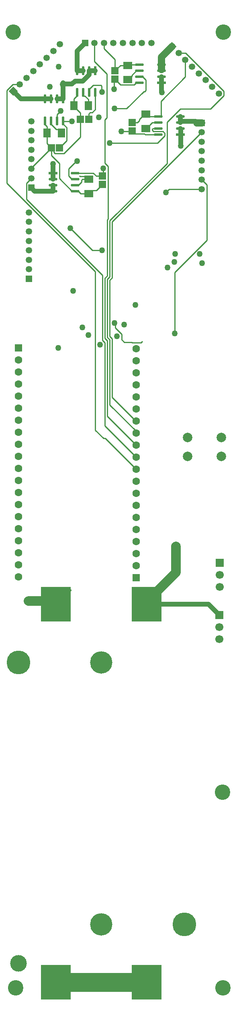
<source format=gbr>
G04*
G04 #@! TF.GenerationSoftware,Altium Limited,Altium Designer,22.11.1 (43)*
G04*
G04 Layer_Physical_Order=1*
G04 Layer_Color=255*
%FSLAX44Y44*%
%MOMM*%
G71*
G04*
G04 #@! TF.SameCoordinates,B6AE56F5-1224-44F4-9462-935C271CF011*
G04*
G04*
G04 #@! TF.FilePolarity,Positive*
G04*
G01*
G75*
%ADD13C,0.2540*%
%ADD15R,6.3500X7.3400*%
%ADD16R,1.5562X1.5781*%
%ADD17R,1.9062X1.5046*%
%ADD18R,1.5781X1.5562*%
%ADD19R,1.5046X1.9062*%
G04:AMPARAMS|DCode=20|XSize=1.8741mm|YSize=0.5421mm|CornerRadius=0.2711mm|HoleSize=0mm|Usage=FLASHONLY|Rotation=180.000|XOffset=0mm|YOffset=0mm|HoleType=Round|Shape=RoundedRectangle|*
%AMROUNDEDRECTD20*
21,1,1.8741,0.0000,0,0,180.0*
21,1,1.3319,0.5421,0,0,180.0*
1,1,0.5421,-0.6660,0.0000*
1,1,0.5421,0.6660,0.0000*
1,1,0.5421,0.6660,0.0000*
1,1,0.5421,-0.6660,0.0000*
%
%ADD20ROUNDEDRECTD20*%
G04:AMPARAMS|DCode=21|XSize=1.8741mm|YSize=0.5421mm|CornerRadius=0.2711mm|HoleSize=0mm|Usage=FLASHONLY|Rotation=270.000|XOffset=0mm|YOffset=0mm|HoleType=Round|Shape=RoundedRectangle|*
%AMROUNDEDRECTD21*
21,1,1.8741,0.0000,0,0,270.0*
21,1,1.3319,0.5421,0,0,270.0*
1,1,0.5421,0.0000,-0.6660*
1,1,0.5421,0.0000,0.6660*
1,1,0.5421,0.0000,0.6660*
1,1,0.5421,0.0000,-0.6660*
%
%ADD21ROUNDEDRECTD21*%
%ADD22R,1.8741X0.5421*%
%ADD23R,0.5421X1.8741*%
%ADD40C,1.0000*%
%ADD41C,0.3810*%
%ADD42C,2.0000*%
%ADD43C,4.0000*%
%ADD44C,1.5000*%
%ADD45C,1.3500*%
%ADD46R,1.3500X1.3500*%
%ADD47C,1.6000*%
%ADD48R,1.6000X1.6000*%
%ADD49C,1.7000*%
%ADD50R,1.7000X1.7000*%
%ADD51P,1.9092X4X90.0*%
%ADD52R,1.3500X1.3500*%
%ADD53P,1.9092X4X360.0*%
%ADD54C,5.0000*%
%ADD55C,3.5000*%
%ADD56C,4.7000*%
%ADD57C,1.2700*%
%ADD58C,2.0000*%
%ADD59C,3.2500*%
D13*
X613147Y1652016D02*
Y1780731D01*
X680560Y1848144D02*
Y1965440D01*
X670000Y1976000D02*
X680560Y1965440D01*
X613147Y1780731D02*
X680560Y1848144D01*
X513000Y2217016D02*
X514034Y2218050D01*
X481400Y1517600D02*
X533000Y1466000D01*
X445840Y1448160D02*
X463000Y1431000D01*
X445840Y1448160D02*
Y1782094D01*
X259076Y1968859D02*
X445840Y1782094D01*
X486000Y1673747D02*
X487782Y1671965D01*
X501160Y1639061D02*
Y1650208D01*
X487782Y1663587D02*
Y1671965D01*
Y1663587D02*
X501160Y1650208D01*
Y1639061D02*
X506629Y1633592D01*
X471240Y1773781D02*
Y1891608D01*
X475840Y1764013D02*
X481400Y1769573D01*
X465680Y1641977D02*
Y1768221D01*
X481400Y1769573D02*
Y1887400D01*
X470760Y1644082D02*
X476320Y1638522D01*
X470760Y1644082D02*
Y1766117D01*
X476320Y1501522D02*
Y1638522D01*
Y1889504D02*
X597100Y2010284D01*
X465680Y1768221D02*
X471240Y1773781D01*
X475840Y1646186D02*
Y1764013D01*
X481400Y1517600D02*
Y1640626D01*
X466160Y1457240D02*
Y1632208D01*
Y1457240D02*
X532000Y1391400D01*
X465680Y1641977D02*
X471240Y1636417D01*
X475840Y1646186D02*
X481400Y1640626D01*
X471240Y1477560D02*
Y1636417D01*
X476320Y1501522D02*
X532000Y1445842D01*
X481400Y1887400D02*
X670000Y2076000D01*
X476320Y1771677D02*
Y1889504D01*
X470760Y1766117D02*
X476320Y1771677D01*
X460600Y1637768D02*
Y1774518D01*
X471240Y1891608D02*
X472591Y1892959D01*
X471240Y1477560D02*
X532000Y1416800D01*
X460600Y1637768D02*
X466160Y1632208D01*
X465819Y2102593D02*
X470126Y2106900D01*
X528984Y1712000D02*
X530000D01*
X506629Y1633592D02*
X522408D01*
X465819Y2010749D02*
Y2102593D01*
X444000Y2224869D02*
X470126Y2198744D01*
X300440Y1934678D02*
X460600Y1774518D01*
X472591Y1892959D02*
Y2003976D01*
X465819Y2010749D02*
X472591Y2003976D01*
X470126Y2106900D02*
Y2198744D01*
X463000Y1431000D02*
X467000D01*
X532000Y1366000D01*
Y1442200D02*
Y1445842D01*
X439743Y1826913D02*
X459760D01*
X259076Y1968859D02*
Y2164010D01*
X300440Y1934678D02*
Y1968440D01*
X311000Y1979000D01*
X259076Y2164010D02*
X271639Y2176574D01*
X286574D01*
X444000Y2224869D02*
Y2264000D01*
X475979Y2053000D02*
X576771D01*
X597100Y2010284D02*
Y2096870D01*
X625335Y2125106D01*
X688608D01*
X716844Y2153342D01*
Y2162090D01*
X636366Y2242569D02*
X716844Y2162090D01*
X621431Y2242569D02*
X636366D01*
X576771Y2053000D02*
X592020Y2068249D01*
Y2073651D01*
X567928Y2077471D02*
X588200D01*
X592020Y2073651D01*
X635574Y2192682D02*
Y2228426D01*
X584229Y2141338D02*
X635574Y2192682D01*
X584229Y2110381D02*
Y2141338D01*
X459000Y2161655D02*
Y2173512D01*
Y2161655D02*
X459966Y2160689D01*
X500679Y2077509D02*
X521512D01*
X523000Y2078997D02*
Y2079000D01*
X521512Y2077509D02*
X523000Y2078997D01*
Y2078891D02*
Y2078997D01*
X378676Y2099213D02*
X396270D01*
X378050Y2099839D02*
X378676Y2099213D01*
X393035Y1873621D02*
X439743Y1826913D01*
X457512Y2175000D02*
X459000Y2173512D01*
X441362Y2175000D02*
X457512D01*
X486000Y2126000D02*
X511878D01*
X547878Y2162000D01*
X550000D01*
X552020Y2164020D01*
X485560Y2166641D02*
Y2186451D01*
X487000Y2187891D01*
X565341Y2080058D02*
X567928Y2077471D01*
X565341Y2080058D02*
Y2082162D01*
X549465Y2072380D02*
X550895Y2070950D01*
X578839D01*
X565341Y2082162D02*
X566829Y2083650D01*
X578839D01*
X529511Y2072380D02*
X549465D01*
X461000Y1983641D02*
X462089Y1984729D01*
Y2000110D01*
X523000Y2078891D02*
X529511Y2072380D01*
X594603Y1948953D02*
X601649Y1956000D01*
X670000D01*
X594327Y1948953D02*
X594603D01*
X552000Y2083992D02*
X554008D01*
X560261Y2090245D01*
Y2090952D01*
X565659Y2096350D01*
X578839D01*
X514000Y2186992D02*
X516008D01*
X522261Y2193245D01*
Y2195431D01*
X532180Y2205350D01*
X538839D01*
X352650Y2093180D02*
X363569Y2082261D01*
X352650Y2093180D02*
Y2099839D01*
X363569Y2082261D02*
X367762D01*
X374016Y2074000D02*
Y2076008D01*
X367762Y2082261D02*
X374016Y2076008D01*
X420000Y2153799D02*
Y2159679D01*
Y2153799D02*
X421331Y2152468D01*
X423881D01*
X431008Y2132000D02*
Y2145341D01*
X423881Y2152468D02*
X431008Y2145341D01*
X409820Y1964650D02*
X416341Y1971171D01*
X403161Y1964650D02*
X409820D01*
X412692Y1983700D02*
X413131Y1983261D01*
X416341Y1971171D02*
Y1974690D01*
X418659Y1977008D01*
X432000D01*
X413131Y1983261D02*
X425747D01*
X432000Y1977008D01*
X552020Y2164020D02*
Y2186129D01*
X545499Y2192650D02*
X552020Y2186129D01*
X538839Y2192650D02*
X545499D01*
X365350Y2113099D02*
X373095Y2120845D01*
X365350Y2099839D02*
Y2113099D01*
X432700Y2166338D02*
X441362Y2175000D01*
X432700Y2159679D02*
Y2166338D01*
X407618Y2015000D02*
X407627Y2014991D01*
X406000Y2015000D02*
X407618D01*
X389980Y1998980D02*
X406000Y2015000D01*
X389980Y1983871D02*
Y1998980D01*
Y1983871D02*
X396501Y1977350D01*
X403161D01*
X344000Y2074000D02*
Y2088350D01*
Y2052000D02*
Y2074000D01*
X339950Y2092400D02*
X344000Y2088350D01*
Y2052000D02*
X346380Y2049620D01*
X339950Y2092400D02*
Y2099839D01*
X346380Y2049511D02*
Y2049620D01*
Y2049511D02*
X352891Y2043000D01*
X353000Y2042891D02*
X358581Y2037310D01*
X353000Y2042891D02*
Y2043000D01*
Y2027368D02*
Y2042891D01*
X311000Y2001109D02*
X352891Y2043000D01*
X358581Y2033641D02*
Y2037310D01*
X353000Y2027368D02*
X370020Y2010349D01*
X311000Y1999000D02*
Y2001109D01*
X358581Y2033641D02*
X360813Y2031409D01*
X370020Y1978431D02*
Y2010349D01*
X360813Y2031409D02*
X379750D01*
X370020Y1978431D02*
X396501Y1951950D01*
X379750Y2031409D02*
X414359Y2066019D01*
X396501Y1951950D02*
X403161D01*
X414359Y2066019D02*
Y2103000D01*
X403161Y1951950D02*
X409820D01*
X414359Y2103000D02*
Y2116625D01*
X409820Y1951950D02*
X414778Y1946992D01*
X400992Y2129992D02*
X414359Y2116625D01*
X414778Y1946992D02*
X432000D01*
X400992Y2129992D02*
Y2132000D01*
Y2146711D01*
X432000Y1946992D02*
X438253Y1953245D01*
X400992Y2146711D02*
X407300Y2153019D01*
X438253Y1953245D02*
X447995D01*
X407300Y2153019D02*
Y2159679D01*
X447995Y1953245D02*
X461000Y1966250D01*
Y1966359D01*
X466581Y1971940D01*
X582898Y2109050D02*
X584229Y2110381D01*
X578839Y2109050D02*
X582898D01*
X556958D02*
X578839D01*
X552000Y2114008D02*
X556958Y2109050D01*
X549992Y2114008D02*
X552000D01*
X539006Y2103022D02*
X549992Y2114008D01*
X539006Y2101014D02*
Y2103022D01*
X534273Y2096281D02*
X539006Y2101014D01*
X523000Y2096281D02*
X534273D01*
X464000Y2252000D02*
Y2264000D01*
Y2252000D02*
X487000Y2229000D01*
Y2205391D02*
Y2229000D01*
Y2205391D02*
X498625Y2217016D01*
X487000Y2205281D02*
Y2205391D01*
X498625Y2217016D02*
X513000D01*
X514034Y2218050D02*
X538839D01*
X431641Y2103000D02*
Y2114591D01*
X434790Y2117741D01*
X439191D01*
X445400Y2123950D01*
Y2159679D01*
X522408Y1633592D02*
X523780Y1632220D01*
X542000D01*
X544780Y1635000D01*
X531524Y2179950D02*
X538839D01*
X527241Y2175667D02*
X531524Y2179950D01*
X370391Y2043000D02*
X385349Y2057958D01*
X370281Y2043000D02*
X370391D01*
X487000Y2187891D02*
X499224Y2175667D01*
X378050Y2093180D02*
X385349Y2085881D01*
X378050Y2093180D02*
Y2099839D01*
X385349Y2057958D02*
Y2085881D01*
X447809Y1983641D02*
X461000D01*
X441400Y1990050D02*
X447809Y1983641D01*
X403161Y1990050D02*
X441400D01*
X499224Y2175667D02*
X527241D01*
D15*
X362920Y1081100D02*
D03*
X554020Y284600D02*
D03*
X362920D02*
D03*
X554020Y1081100D02*
D03*
D16*
X487000Y2205281D02*
D03*
Y2188000D02*
D03*
X523000Y2096281D02*
D03*
Y2079000D02*
D03*
X461000Y1966359D02*
D03*
Y1983641D02*
D03*
D17*
X552000Y2114008D02*
D03*
X514000Y2217008D02*
D03*
X432000Y1946992D02*
D03*
X552000Y2083992D02*
D03*
X514000Y2186992D02*
D03*
X432000Y1977008D02*
D03*
D18*
X353000Y2043000D02*
D03*
X370281D02*
D03*
X414359Y2103000D02*
D03*
X431641D02*
D03*
D19*
X344000Y2074000D02*
D03*
X400992Y2132000D02*
D03*
X374016Y2074000D02*
D03*
X431008Y2132000D02*
D03*
D20*
X578839Y2109050D02*
D03*
Y2070950D02*
D03*
X538839Y2218050D02*
D03*
Y2179950D02*
D03*
X403161Y1951950D02*
D03*
Y1990050D02*
D03*
X578839Y2096350D02*
D03*
X538839Y2205350D02*
D03*
X403161Y1964650D02*
D03*
X578839Y2083650D02*
D03*
X538839Y2192650D02*
D03*
X403161Y1977350D02*
D03*
X356839Y1951950D02*
D03*
Y1964650D02*
D03*
X585161Y2205350D02*
D03*
Y2218050D02*
D03*
X625161Y2096350D02*
D03*
Y2109050D02*
D03*
X356839Y1977350D02*
D03*
X585161Y2192650D02*
D03*
X625161Y2083650D02*
D03*
D21*
X339950Y2099839D02*
D03*
X378050D02*
D03*
X407300Y2159679D02*
D03*
X445400D02*
D03*
X352650Y2099839D02*
D03*
X420000Y2159679D02*
D03*
X365350Y2099839D02*
D03*
X432700Y2159679D02*
D03*
X339950Y2146161D02*
D03*
X352650D02*
D03*
X407300Y2206000D02*
D03*
X420000D02*
D03*
X365350Y2146161D02*
D03*
X432700Y2206000D02*
D03*
D22*
X356839Y1990050D02*
D03*
X625161Y2070950D02*
D03*
X585161Y2179950D02*
D03*
D23*
X378050Y2146161D02*
D03*
X445400Y2206000D02*
D03*
D40*
X378050Y2177437D02*
Y2180219D01*
Y2146161D02*
Y2177437D01*
X377517D02*
X378050D01*
X396787D01*
X377000Y2176920D02*
X377517Y2177437D01*
X625580Y2047420D02*
Y2083230D01*
X585580Y2160420D02*
Y2192230D01*
X356920Y1977430D02*
Y2008920D01*
X625161Y2100560D02*
Y2109050D01*
Y2096350D02*
Y2100560D01*
X403350Y2184000D02*
X419156D01*
X396787Y2177437D02*
X403350Y2184000D01*
X585580Y2160420D02*
X586000Y2160000D01*
X625580Y2047420D02*
X626000Y2047000D01*
X625161Y2083650D02*
X625580Y2083230D01*
X311000Y1959000D02*
X318050Y1951950D01*
X356839D02*
Y1964650D01*
X318050Y1951950D02*
X356839D01*
X272432Y2162431D02*
X288702Y2146161D01*
X339950D01*
X352650D01*
X407300Y2206000D02*
X420000D01*
X407300D02*
Y2247300D01*
X424000Y2264000D01*
X627031Y2098690D02*
X657031D01*
X625161Y2100560D02*
X627031Y2098690D01*
X657031D02*
X659721Y2096000D01*
X356839Y1977350D02*
X356920Y1977430D01*
Y2008920D02*
X357000Y2009000D01*
X365350Y2146161D02*
X378050D01*
X419156Y2184000D02*
X432540Y2197384D01*
Y2205840D01*
X432700Y2206000D01*
X445400D01*
X554020Y1081100D02*
X683900D01*
X707000Y1058000D01*
X585161Y2192650D02*
X585580Y2192230D01*
D41*
X369820Y1088000D02*
X392765Y1110945D01*
X362920Y1081100D02*
X369820Y1088000D01*
D42*
X372000D01*
X305000D02*
X369820D01*
X554020Y1081100D02*
Y1086050D01*
X616000Y1148030D01*
Y1203000D01*
D43*
X362920Y284600D02*
X554020D01*
D44*
X585161Y2234582D02*
X607289Y2256711D01*
X585161Y2208000D02*
Y2218050D01*
Y2234582D01*
X659721Y2096000D02*
X670000D01*
D45*
Y2076000D02*
D03*
Y2036000D02*
D03*
Y2016000D02*
D03*
Y1976000D02*
D03*
Y1956000D02*
D03*
Y1996000D02*
D03*
Y2056000D02*
D03*
X635574Y2228426D02*
D03*
X678000Y2186000D02*
D03*
X464000Y2264000D02*
D03*
X524000D02*
D03*
X300716Y2190716D02*
D03*
X343142Y2233142D02*
D03*
X311000Y1999000D02*
D03*
Y2059000D02*
D03*
X306000Y1887000D02*
D03*
Y1787000D02*
D03*
Y1807000D02*
D03*
Y1827000D02*
D03*
Y1847000D02*
D03*
Y1867000D02*
D03*
X706284Y2157716D02*
D03*
X692142Y2171858D02*
D03*
X663858Y2200142D02*
D03*
X649716Y2214284D02*
D03*
X621431Y2242569D02*
D03*
X564000Y2264000D02*
D03*
X544000D02*
D03*
X504000D02*
D03*
X484000D02*
D03*
X444000D02*
D03*
X371426Y2261426D02*
D03*
X357284Y2247284D02*
D03*
X329000Y2219000D02*
D03*
X314858Y2204858D02*
D03*
X286574Y2176574D02*
D03*
X311000Y2099000D02*
D03*
Y2079000D02*
D03*
Y2039000D02*
D03*
Y2019000D02*
D03*
Y1979000D02*
D03*
X306000Y1907000D02*
D03*
D46*
X670000Y2096000D02*
D03*
X306000Y1767000D02*
D03*
X311000Y1959000D02*
D03*
D47*
X284000Y1266200D02*
D03*
Y1342400D02*
D03*
Y1367800D02*
D03*
Y1393200D02*
D03*
Y1444000D02*
D03*
Y1469400D02*
D03*
Y1520200D02*
D03*
Y1571000D02*
D03*
Y1596400D02*
D03*
Y1545600D02*
D03*
Y1494800D02*
D03*
Y1418600D02*
D03*
Y1317000D02*
D03*
Y1291600D02*
D03*
Y1240800D02*
D03*
Y1215400D02*
D03*
Y1190000D02*
D03*
Y1164600D02*
D03*
Y1139200D02*
D03*
X532000Y1493000D02*
D03*
Y1416800D02*
D03*
Y1391400D02*
D03*
Y1366000D02*
D03*
Y1315200D02*
D03*
Y1289800D02*
D03*
Y1239000D02*
D03*
Y1188200D02*
D03*
Y1162800D02*
D03*
Y1213600D02*
D03*
Y1264400D02*
D03*
Y1340600D02*
D03*
Y1442200D02*
D03*
Y1467600D02*
D03*
Y1518400D02*
D03*
Y1543800D02*
D03*
Y1569200D02*
D03*
Y1594600D02*
D03*
Y1620000D02*
D03*
D48*
X284000Y1621800D02*
D03*
X532000Y1137400D02*
D03*
D49*
X707000Y1032600D02*
D03*
Y1007200D02*
D03*
X708000Y1143400D02*
D03*
Y1118000D02*
D03*
D50*
Y1168800D02*
D03*
X707000Y1058000D02*
D03*
D51*
X272432Y2162431D02*
D03*
D52*
X424000Y2264000D02*
D03*
D53*
X607289Y2256711D02*
D03*
D54*
X633520Y406850D02*
D03*
X283420Y958850D02*
D03*
D55*
Y324650D02*
D03*
D56*
X458470Y406850D02*
D03*
Y958850D02*
D03*
D57*
X350000Y2172000D02*
D03*
X368890Y2214000D02*
D03*
X377000Y2176920D02*
D03*
X613147Y1652016D02*
D03*
X666001Y1819216D02*
D03*
X418000Y1665000D02*
D03*
X367552Y1621448D02*
D03*
X431517Y1648532D02*
D03*
X491000Y1646000D02*
D03*
X456000Y1628000D02*
D03*
X506320Y1670320D02*
D03*
X486000Y1673747D02*
D03*
X459760Y1826913D02*
D03*
X399000Y1742000D02*
D03*
X671081Y1800331D02*
D03*
X459966Y2160689D02*
D03*
X500679Y2077509D02*
D03*
X396270Y2099213D02*
D03*
X452816Y2107184D02*
D03*
X475979Y2053000D02*
D03*
X393035Y1873621D02*
D03*
X486000Y2126000D02*
D03*
X586000Y2160000D02*
D03*
X485560Y2166641D02*
D03*
X462089Y2000110D02*
D03*
X626000Y2047000D02*
D03*
X614160Y1819216D02*
D03*
X612514Y1802429D02*
D03*
X594327Y1948953D02*
D03*
X530000Y1712000D02*
D03*
X373095Y2120845D02*
D03*
X407627Y2014991D02*
D03*
X357000Y2009000D02*
D03*
X598000Y1791000D02*
D03*
D58*
X711000Y1393000D02*
D03*
Y1432370D02*
D03*
X639880D02*
D03*
Y1393000D02*
D03*
X616000Y1203000D02*
D03*
X305000Y1088000D02*
D03*
D59*
X714000Y685000D02*
D03*
X715000Y273000D02*
D03*
X278000D02*
D03*
X273000Y2287000D02*
D03*
X716000D02*
D03*
M02*

</source>
